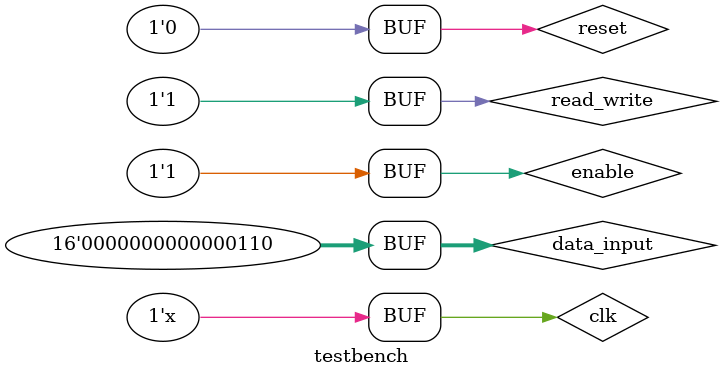
<source format=v>
`timescale 1ns / 1ps

module testbench;

 reg [15:0] data_input;
 reg read_write;
 reg enable;
 reg reset;
 reg clk;
 wire [15:0] data_output;
 wire e_flag;
 wire f_flag;

 stack s ( data_input,data_output,read_write,enable,reset,e_flag,f_flag,clk);

 initial begin
  data_input  = 16'h0;
  read_write  = 1'b0;
  enable  = 1'b0;
  reset  = 1'b1;
  clk  = 1'b0;
  #100;      
  enable   = 1'b1;
  reset  = 1'b1;
  #40;
  reset     = 1'b0;
  read_write      = 1'b0;
  data_input  = 16'h0;
  #20;
  data_input = 16'h2;
  #20;
  data_input = 16'h4;
  #20;
  data_input = 16'h6;
  #20;
  read_write  = 1'b1;
 end 
 always #10 clk = ~clk;

endmodule

</source>
